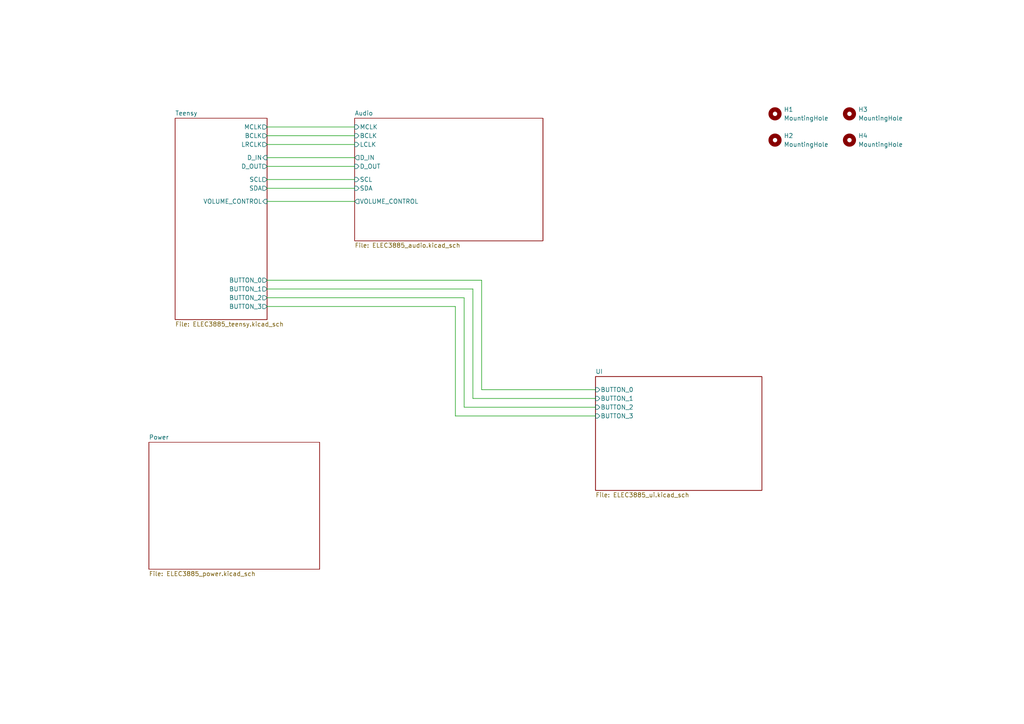
<source format=kicad_sch>
(kicad_sch (version 20211123) (generator eeschema)
  (paper "A4")
  (lib_symbols
    (symbol "Mechanical:MountingHole" (pin_names (offset 1.016))
      (property "Reference" "H" (at 0 5.08 0))
      (property "Value" "MountingHole" (at 0 3.175 0))
      (symbol "MountingHole_0_1"
        (circle (center 0 0) (radius 1.27) (stroke (width 1.27)))
      )
    )
  )
  (wire (pts (xy 77.47 36.83) (xy 102.87 36.83)))
  (wire (pts (xy 132.08 88.9) (xy 132.08 120.65)))
  (wire (pts (xy 77.47 48.26) (xy 102.87 48.26)))
  (wire (pts (xy 139.7 81.28) (xy 139.7 113.03)))
  (wire (pts (xy 77.47 41.91) (xy 102.87 41.91)))
  (wire (pts (xy 77.47 83.82) (xy 137.16 83.82)))
  (wire (pts (xy 134.62 86.36) (xy 134.62 118.11)))
  (wire (pts (xy 77.47 88.9) (xy 132.08 88.9)))
  (wire (pts (xy 77.47 54.61) (xy 102.87 54.61)))
  (wire (pts (xy 77.47 58.42) (xy 102.87 58.42)))
  (wire (pts (xy 77.47 45.72) (xy 102.87 45.72)))
  (wire (pts (xy 137.16 115.57) (xy 172.72 115.57)))
  (wire (pts (xy 137.16 83.82) (xy 137.16 115.57)))
  (wire (pts (xy 77.47 39.37) (xy 102.87 39.37)))
  (wire (pts (xy 77.47 86.36) (xy 134.62 86.36)))
  (wire (pts (xy 132.08 120.65) (xy 172.72 120.65)))
  (wire (pts (xy 77.47 81.28) (xy 139.7 81.28)))
  (wire (pts (xy 139.7 113.03) (xy 172.72 113.03)))
  (wire (pts (xy 77.47 52.07) (xy 102.87 52.07)))
  (wire (pts (xy 134.62 118.11) (xy 172.72 118.11)))
  (symbol (lib_id "Mechanical:MountingHole") (at 246.38 33.02 0) (unit 1)
    (property "Reference" "H3" (at 248.92 31.7499 0) (effects (justify left)))
    (property "Value" "MountingHole" (at 248.92 34.2899 0) (effects (justify left)))
    (property "Footprint" "MountingHole:MountingHole_3.2mm_M3" (effects hide))
  )
  (symbol (lib_id "Mechanical:MountingHole") (at 246.38 40.64 0) (unit 1)
    (property "Reference" "H4" (at 248.92 39.3699 0) (effects (justify left)))
    (property "Value" "MountingHole" (at 248.92 41.9099 0) (effects (justify left)))
    (property "Footprint" "MountingHole:MountingHole_3.2mm_M3" (effects hide))
  )
  (symbol (lib_id "Mechanical:MountingHole") (at 224.79 40.64 0) (unit 1)
    (property "Reference" "H2" (at 227.33 39.3699 0) (effects (justify left)))
    (property "Value" "MountingHole" (at 227.33 41.9099 0) (effects (justify left)))
    (property "Footprint" "MountingHole:MountingHole_3.2mm_M3" (effects hide))
  )
  (symbol (lib_id "Mechanical:MountingHole") (at 224.79 33.02 0) (unit 1)
    (property "Reference" "H1" (at 227.33 31.7499 0) (effects (justify left)))
    (property "Value" "MountingHole" (at 227.33 34.2899 0) (effects (justify left)))
    (property "Footprint" "MountingHole:MountingHole_3.2mm_M3" (effects hide))
  )
  (sheet (at 50.8 34.29) (size 26.67 58.42) (stroke (width 0.1524))
    (property "Sheet name" "Teensy" (at 50.8 33.5784 0) (effects (justify left bottom)))
    (property "Sheet file" "ELEC3885_teensy.kicad_sch" (at 50.8 93.2946 0) (effects (justify left top)))
    (pin "D_OUT" output (at 77.47 48.26 0))
    (pin "D_IN" input (at 77.47 45.72 0))
    (pin "MCLK" output (at 77.47 36.83 0))
    (pin "LRCLK" output (at 77.47 41.91 0))
    (pin "BCLK" output (at 77.47 39.37 0))
    (pin "VOLUME_CONTROL" input (at 77.47 58.42 0))
    (pin "SDA" output (at 77.47 54.61 0))
    (pin "SCL" output (at 77.47 52.07 0))
    (pin "BUTTON_0" output (at 77.47 81.28 0))
    (pin "BUTTON_3" output (at 77.47 88.9 0))
    (pin "BUTTON_1" output (at 77.47 83.82 0))
    (pin "BUTTON_2" output (at 77.47 86.36 0))
  )
  (sheet (at 172.72 109.22) (size 48.26 33.02) (stroke (width 0.1524))
    (property "Sheet name" "UI" (at 172.72 108.5084 0) (effects (justify left bottom)))
    (property "Sheet file" "ELEC3885_ui.kicad_sch" (at 172.72 142.8246 0) (effects (justify left top)))
    (pin "BUTTON_3" input (at 172.72 120.65 180))
    (pin "BUTTON_0" input (at 172.72 113.03 180))
    (pin "BUTTON_2" input (at 172.72 118.11 180))
    (pin "BUTTON_1" input (at 172.72 115.57 180))
  )
  (sheet (at 43.18 128.27) (size 49.53 36.83) (stroke (width 0.1524))
    (property "Sheet name" "Power" (at 43.18 127.5584 0) (effects (justify left bottom)))
    (property "Sheet file" "ELEC3885_power.kicad_sch" (at 43.18 165.6846 0) (effects (justify left top)))
  )
  (sheet (at 102.87 34.29) (size 54.61 35.56) (stroke (width 0.1524))
    (property "Sheet name" "Audio" (at 102.87 33.5784 0) (effects (justify left bottom)))
    (property "Sheet file" "ELEC3885_audio.kicad_sch" (at 102.87 70.4346 0) (effects (justify left top)))
    (pin "MCLK" input (at 102.87 36.83 180))
    (pin "BCLK" input (at 102.87 39.37 180))
    (pin "LCLK" input (at 102.87 41.91 180))
    (pin "D_IN" output (at 102.87 45.72 180))
    (pin "D_OUT" input (at 102.87 48.26 180))
    (pin "SCL" input (at 102.87 52.07 180))
    (pin "VOLUME_CONTROL" output (at 102.87 58.42 180))
    (pin "SDA" input (at 102.87 54.61 180))
  )
)
</source>
